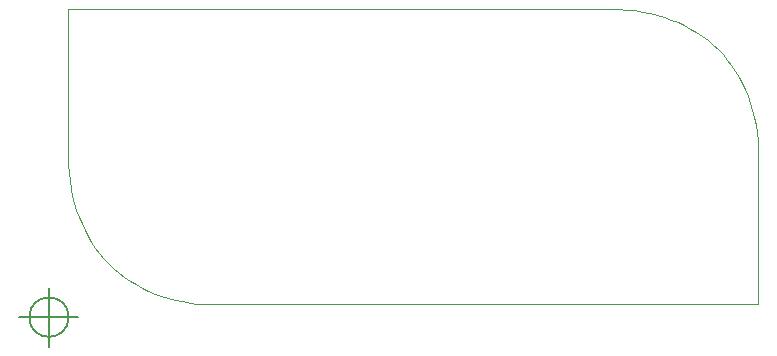
<source format=gbr>
G04 #@! TF.FileFunction,Profile,NP*
%FSLAX46Y46*%
G04 Gerber Fmt 4.6, Leading zero omitted, Abs format (unit mm)*
G04 Created by KiCad (PCBNEW 4.0.5-e0-6337~49~ubuntu14.04.1) date Mon May 15 20:50:12 2017*
%MOMM*%
%LPD*%
G01*
G04 APERTURE LIST*
%ADD10C,0.100000*%
%ADD11C,0.150000*%
G04 APERTURE END LIST*
D10*
D11*
X131066666Y-103600000D02*
G75*
G03X131066666Y-103600000I-1666666J0D01*
G01*
X126900000Y-103600000D02*
X131900000Y-103600000D01*
X129400000Y-101100000D02*
X129400000Y-106100000D01*
D10*
X181489043Y-78198261D02*
X182071640Y-78404927D01*
X142675088Y-102492439D02*
X142009549Y-102449022D01*
X142009549Y-102449022D02*
X141358598Y-102377210D01*
X143354733Y-102507001D02*
X142675088Y-102492439D01*
X131031833Y-77507009D02*
X176930920Y-77507009D01*
X182071640Y-78404927D02*
X182635746Y-78637179D01*
X185606854Y-80542038D02*
X186028918Y-80940409D01*
X186428889Y-81360660D02*
X186806318Y-81802324D01*
X134051961Y-98643540D02*
X133678710Y-98200042D01*
X183180909Y-78894552D02*
X183706683Y-79176585D01*
X186028918Y-80940409D02*
X186428889Y-81360660D01*
X189341498Y-87941247D02*
X189413310Y-88603693D01*
X131260966Y-92675519D02*
X131161452Y-92024052D01*
X188339570Y-84315606D02*
X188572293Y-84876006D01*
X133678710Y-98200042D02*
X133327894Y-97735377D01*
X187160753Y-82264937D02*
X187491749Y-82748034D01*
X188081604Y-83773832D02*
X188339570Y-84315606D01*
X140102438Y-102150213D02*
X139498206Y-101995934D01*
X131387817Y-93310339D02*
X131260966Y-92675519D01*
X180888403Y-78017648D02*
X181489043Y-78198261D01*
X139498206Y-101995934D02*
X138910526Y-101815066D01*
X135759504Y-100196852D02*
X135301418Y-99842530D01*
X133327894Y-97735377D02*
X133000000Y-97250000D01*
X180270176Y-77863549D02*
X180888403Y-78017648D01*
X188779320Y-85454576D02*
X188960205Y-86050849D01*
X176930920Y-77507009D02*
X177630351Y-77521572D01*
X137251706Y-101117463D02*
X136735138Y-100834770D01*
X134863804Y-99465236D02*
X134447154Y-99065423D01*
X178982746Y-77636749D02*
X179634806Y-77736430D01*
X188960205Y-86050849D02*
X189114498Y-86664361D01*
X177630351Y-77521572D02*
X178314444Y-77564975D01*
X138910526Y-101815066D02*
X138339890Y-101608064D01*
X188572293Y-84876006D02*
X188779320Y-85454576D01*
X131089765Y-91356390D02*
X131046390Y-90672983D01*
X186806318Y-81802324D02*
X187160753Y-82264937D01*
X141358598Y-102377210D02*
X140722732Y-102277456D01*
X132695524Y-96744362D02*
X132414953Y-96218912D01*
X178314444Y-77564975D02*
X178982746Y-77636749D01*
X185163150Y-80166002D02*
X185606854Y-80542038D01*
X184698251Y-79812776D02*
X185163150Y-80166002D01*
X189456727Y-89281523D02*
X189471289Y-89974274D01*
X137786785Y-101375380D02*
X137251706Y-101117463D01*
X131161452Y-92024052D02*
X131089765Y-91356390D01*
X138339890Y-101608064D02*
X137786785Y-101375380D01*
X187798849Y-83251154D02*
X188081604Y-83773832D01*
X184212614Y-79482813D02*
X184698251Y-79812776D01*
X131927482Y-95110394D02*
X131721564Y-94528226D01*
X131541515Y-93928058D02*
X131387817Y-93310339D01*
X135301418Y-99842530D02*
X134863804Y-99465236D01*
X136237574Y-100527749D02*
X135759504Y-100196852D01*
X131721564Y-94528226D02*
X131541515Y-93928058D01*
X140722732Y-102277456D02*
X140102438Y-102150213D01*
X182635746Y-78637179D02*
X183180909Y-78894552D01*
X187491749Y-82748034D02*
X187798849Y-83251154D01*
X189114498Y-86664361D02*
X189241744Y-87294648D01*
X189241744Y-87294648D02*
X189341498Y-87941247D01*
X136735138Y-100834770D02*
X136237574Y-100527749D01*
X131046390Y-90672983D02*
X131031827Y-89974286D01*
X132414953Y-96218912D02*
X132158774Y-95674108D01*
X189413310Y-88603693D02*
X189456727Y-89281523D01*
X132158774Y-95674108D02*
X131927482Y-95110394D01*
X131031827Y-89974286D02*
X131031833Y-77507009D01*
X179634806Y-77736430D02*
X180270176Y-77863549D01*
X134447154Y-99065423D02*
X134051961Y-98643540D01*
X189471289Y-102507001D02*
X143354733Y-102507001D01*
X189471289Y-89974274D02*
X189471289Y-102507001D01*
X183706683Y-79176585D02*
X184212614Y-79482813D01*
X133000000Y-97250000D02*
X132695524Y-96744362D01*
M02*

</source>
